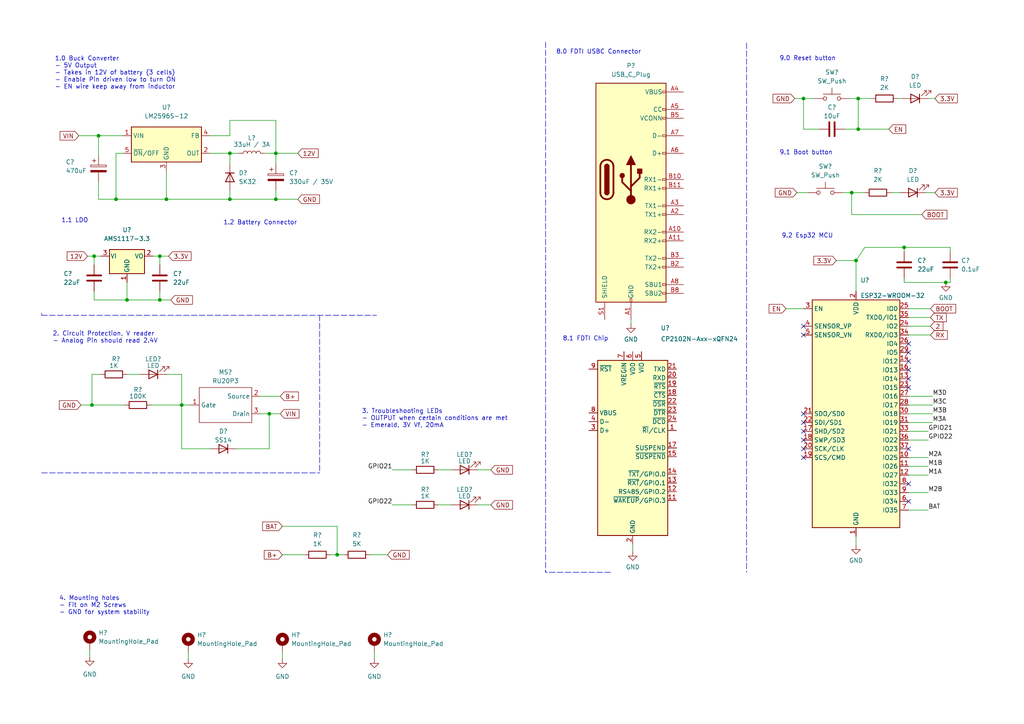
<source format=kicad_sch>
(kicad_sch (version 20211123) (generator eeschema)
  (paper "A4")
  (lib_symbols
    (symbol "Connector:USB_C_Plug" (pin_names (offset 1.016))
      (property "Reference" "P" (at -10.16 29.21 0))
      (property "Value" "USB_C_Plug" (at 10.16 29.21 0))
      (symbol "USB_C_Plug_0_0"
        (rectangle (start -0.254 -35.56) (end 0.254 -34.544))
        (rectangle (start 10.16 -32.766) (end 9.144 -33.274))
        (rectangle (start 10.16 -30.226) (end 9.144 -30.734))
        (rectangle (start 10.16 -25.146) (end 9.144 -25.654))
        (rectangle (start 10.16 -22.606) (end 9.144 -23.114))
        (rectangle (start 10.16 -17.526) (end 9.144 -18.034))
        (rectangle (start 10.16 -14.986) (end 9.144 -15.494))
        (rectangle (start 10.16 -9.906) (end 9.144 -10.414))
        (rectangle (start 10.16 -7.366) (end 9.144 -7.874))
        (rectangle (start 10.16 -2.286) (end 9.144 -2.794))
        (rectangle (start 10.16 0.254) (end 9.144 -0.254))
        (rectangle (start 10.16 7.874) (end 9.144 7.366))
        (rectangle (start 10.16 12.954) (end 9.144 12.446))
        (rectangle (start 10.16 18.034) (end 9.144 17.526))
        (rectangle (start 10.16 20.574) (end 9.144 20.066))
        (rectangle (start 10.16 25.654) (end 9.144 25.146))
      )
      (symbol "USB_C_Plug_0_1"
        (rectangle (start -10.16 27.94) (end 10.16 -35.56) (stroke (width 0.254)) (fill (type background)))
        (arc (start -8.89 -3.81) (mid -6.985 -5.715) (end -5.08 -3.81) (stroke (width 0.508)))
        (arc (start -7.62 -3.81) (mid -6.985 -4.445) (end -6.35 -3.81) (stroke (width 0.254)))
        (arc (start -7.62 -3.81) (mid -6.985 -4.445) (end -6.35 -3.81) (stroke (width 0.254)) (fill (type outline)))
        (rectangle (start -7.62 -3.81) (end -6.35 3.81) (stroke (width 0.254)) (fill (type outline)))
        (arc (start -6.35 3.81) (mid -6.985 4.445) (end -7.62 3.81) (stroke (width 0.254)))
        (arc (start -6.35 3.81) (mid -6.985 4.445) (end -7.62 3.81) (stroke (width 0.254)) (fill (type outline)))
        (arc (start -5.08 3.81) (mid -6.985 5.715) (end -8.89 3.81) (stroke (width 0.508)))
        (polyline (pts (xy -8.89 -3.81) (xy -8.89 3.81)) (stroke (width 0.508)))
        (polyline (pts (xy -5.08 3.81) (xy -5.08 -3.81)) (stroke (width 0.508)))
      )
      (symbol "USB_C_Plug_1_1"
        (circle (center -2.54 1.143) (radius 0.635) (stroke (width 0.254)) (fill (type outline)))
        (circle (center 0 -5.842) (radius 1.27) (fill (type outline)))
        (polyline (pts (xy 0 -5.842) (xy 0 4.318)) (stroke (width 0.508)))
        (polyline (pts (xy 0 -3.302) (xy -2.54 -0.762) (xy -2.54 0.508)) (stroke (width 0.508)))
        (polyline (pts (xy 0 -2.032) (xy 2.54 0.508) (xy 2.54 1.778)) (stroke (width 0.508)))
        (polyline (pts (xy -1.27 4.318) (xy 0 6.858) (xy 1.27 4.318) (xy -1.27 4.318)) (stroke (width 0.254)) (fill (type outline)))
        (rectangle (start 1.905 1.778) (end 3.175 3.048) (stroke (width 0.254)) (fill (type outline)))
        (pin passive line (at 0 -40.64 90) (length 5.08) (name "GND") (number "A1"))
        (pin bidirectional line (at 15.24 -15.24 180) (length 5.08) (name "RX2-") (number "A10"))
        (pin bidirectional line (at 15.24 -17.78 180) (length 5.08) (name "RX2+") (number "A11"))
        (pin passive line (at 0 -40.64 90) (length 5.08) hide (name "GND") (number "A12"))
        (pin bidirectional line (at 15.24 -10.16 180) (length 5.08) (name "TX1+") (number "A2"))
        (pin bidirectional line (at 15.24 -7.62 180) (length 5.08) (name "TX1-") (number "A3"))
        (pin passive line (at 15.24 25.4 180) (length 5.08) (name "VBUS") (number "A4"))
        (pin bidirectional line (at 15.24 20.32 180) (length 5.08) (name "CC") (number "A5"))
        (pin bidirectional line (at 15.24 7.62 180) (length 5.08) (name "D+") (number "A6"))
        (pin bidirectional line (at 15.24 12.7 180) (length 5.08) (name "D-") (number "A7"))
        (pin bidirectional line (at 15.24 -30.48 180) (length 5.08) (name "SBU1") (number "A8"))
        (pin passive line (at 15.24 25.4 180) (length 5.08) hide (name "VBUS") (number "A9"))
        (pin passive line (at 0 -40.64 90) (length 5.08) hide (name "GND") (number "B1"))
        (pin bidirectional line (at 15.24 0 180) (length 5.08) (name "RX1-") (number "B10"))
        (pin bidirectional line (at 15.24 -2.54 180) (length 5.08) (name "RX1+") (number "B11"))
        (pin passive line (at 0 -40.64 90) (length 5.08) hide (name "GND") (number "B12"))
        (pin bidirectional line (at 15.24 -25.4 180) (length 5.08) (name "TX2+") (number "B2"))
        (pin bidirectional line (at 15.24 -22.86 180) (length 5.08) (name "TX2-") (number "B3"))
        (pin passive line (at 15.24 25.4 180) (length 5.08) hide (name "VBUS") (number "B4"))
        (pin bidirectional line (at 15.24 17.78 180) (length 5.08) (name "VCONN") (number "B5"))
        (pin bidirectional line (at 15.24 -33.02 180) (length 5.08) (name "SBU2") (number "B8"))
        (pin passive line (at 15.24 25.4 180) (length 5.08) hide (name "VBUS") (number "B9"))
        (pin passive line (at -7.62 -40.64 90) (length 5.08) (name "SHIELD") (number "S1"))
      )
    )
    (symbol "Device:C" (pin_numbers hide) (pin_names (offset 0.254))
      (property "Reference" "C" (at 0.635 2.54 0))
      (property "Value" "C" (at 0.635 -2.54 0))
      (symbol "C_0_1"
        (polyline (pts (xy -2.032 -0.762) (xy 2.032 -0.762)) (stroke (width 0.508)))
        (polyline (pts (xy -2.032 0.762) (xy 2.032 0.762)) (stroke (width 0.508)))
      )
      (symbol "C_1_1"
        (pin passive line (at 0 3.81 270) (length 2.794) (name "~") (number "1"))
        (pin passive line (at 0 -3.81 90) (length 2.794) (name "~") (number "2"))
      )
    )
    (symbol "Device:C_Polarized" (pin_numbers hide) (pin_names (offset 0.254))
      (property "Reference" "C" (at 0.635 2.54 0))
      (property "Value" "C_Polarized" (at 0.635 -2.54 0))
      (symbol "C_Polarized_0_1"
        (rectangle (start -2.286 0.508) (end 2.286 1.016))
        (polyline (pts (xy -1.778 2.286) (xy -0.762 2.286)))
        (polyline (pts (xy -1.27 2.794) (xy -1.27 1.778)))
        (rectangle (start 2.286 -0.508) (end -2.286 -1.016) (fill (type outline)))
      )
      (symbol "C_Polarized_1_1"
        (pin passive line (at 0 3.81 270) (length 2.794) (name "~") (number "1"))
        (pin passive line (at 0 -3.81 90) (length 2.794) (name "~") (number "2"))
      )
    )
    (symbol "Device:D" (pin_numbers hide) (pin_names (offset 1.016) hide)
      (property "Reference" "D" (at 0 2.54 0))
      (property "Value" "D" (at 0 -2.54 0))
      (symbol "D_0_1"
        (polyline (pts (xy -1.27 1.27) (xy -1.27 -1.27)) (stroke (width 0.254)))
        (polyline (pts (xy 1.27 0) (xy -1.27 0)))
        (polyline (pts (xy 1.27 1.27) (xy 1.27 -1.27) (xy -1.27 0) (xy 1.27 1.27)) (stroke (width 0.254)))
      )
      (symbol "D_1_1"
        (pin passive line (at -3.81 0 0) (length 2.54) (name "K") (number "1"))
        (pin passive line (at 3.81 0 180) (length 2.54) (name "A") (number "2"))
      )
    )
    (symbol "Device:L" (pin_numbers hide) (pin_names (offset 1.016) hide)
      (property "Reference" "L" (at -1.27 0 90))
      (property "Value" "L" (at 1.905 0 90))
      (symbol "L_0_1"
        (arc (start 0 -2.54) (mid 0.635 -1.905) (end 0 -1.27))
        (arc (start 0 -1.27) (mid 0.635 -0.635) (end 0 0))
        (arc (start 0 0) (mid 0.635 0.635) (end 0 1.27))
        (arc (start 0 1.27) (mid 0.635 1.905) (end 0 2.54))
      )
      (symbol "L_1_1"
        (pin passive line (at 0 3.81 270) (length 1.27) (name "1") (number "1"))
        (pin passive line (at 0 -3.81 90) (length 1.27) (name "2") (number "2"))
      )
    )
    (symbol "Device:LED" (pin_numbers hide) (pin_names (offset 1.016) hide)
      (property "Reference" "D" (at 0 2.54 0))
      (property "Value" "LED" (at 0 -2.54 0))
      (symbol "LED_0_1"
        (polyline (pts (xy -1.27 -1.27) (xy -1.27 1.27)) (stroke (width 0.254)))
        (polyline (pts (xy -1.27 0) (xy 1.27 0)))
        (polyline (pts (xy 1.27 -1.27) (xy 1.27 1.27) (xy -1.27 0) (xy 1.27 -1.27)) (stroke (width 0.254)))
        (polyline (pts (xy -3.048 -0.762) (xy -4.572 -2.286) (xy -3.81 -2.286) (xy -4.572 -2.286) (xy -4.572 -1.524)))
        (polyline (pts (xy -1.778 -0.762) (xy -3.302 -2.286) (xy -2.54 -2.286) (xy -3.302 -2.286) (xy -3.302 -1.524)))
      )
      (symbol "LED_1_1"
        (pin passive line (at -3.81 0 0) (length 2.54) (name "K") (number "1"))
        (pin passive line (at 3.81 0 180) (length 2.54) (name "A") (number "2"))
      )
    )
    (symbol "Device:R" (pin_numbers hide) (pin_names (offset 0))
      (property "Reference" "R" (at 2.032 0 90))
      (property "Value" "R" (at 0 0 90))
      (symbol "R_0_1"
        (rectangle (start -1.016 -2.54) (end 1.016 2.54) (stroke (width 0.254)))
      )
      (symbol "R_1_1"
        (pin passive line (at 0 3.81 270) (length 1.27) (name "~") (number "1"))
        (pin passive line (at 0 -3.81 90) (length 1.27) (name "~") (number "2"))
      )
    )
    (symbol "Interface_USB:CP2102N-Axx-xQFN24"
      (property "Reference" "U" (at -8.89 26.67 0))
      (property "Value" "CP2102N-Axx-xQFN24" (at 13.97 26.67 0))
      (symbol "CP2102N-Axx-xQFN24_0_1"
        (rectangle (start -10.16 25.4) (end 10.16 -25.4) (stroke (width 0.254)) (fill (type background)))
      )
      (symbol "CP2102N-Axx-xQFN24_1_1"
        (pin bidirectional line (at 12.7 5.08 180) (length 2.54) (name "~{RI}/CLK") (number "1"))
        (pin no_connect line (at -10.16 -22.86 0) (length 2.54) hide (name "NC") (number "10"))
        (pin bidirectional line (at 12.7 -15.24 180) (length 2.54) (name "~{WAKEUP}/GPIO.3") (number "11"))
        (pin bidirectional line (at 12.7 -12.7 180) (length 2.54) (name "RS485/GPIO.2") (number "12"))
        (pin bidirectional line (at 12.7 -10.16 180) (length 2.54) (name "~{RXT}/GPIO.1") (number "13"))
        (pin bidirectional line (at 12.7 -7.62 180) (length 2.54) (name "~{TXT}/GPIO.0") (number "14"))
        (pin output line (at 12.7 -2.54 180) (length 2.54) (name "~{SUSPEND}") (number "15"))
        (pin no_connect line (at 10.16 -22.86 180) (length 2.54) hide (name "NC") (number "16"))
        (pin output line (at 12.7 0 180) (length 2.54) (name "SUSPEND") (number "17"))
        (pin input line (at 12.7 15.24 180) (length 2.54) (name "~{CTS}") (number "18"))
        (pin output line (at 12.7 17.78 180) (length 2.54) (name "~{RTS}") (number "19"))
        (pin power_in line (at 0 -27.94 90) (length 2.54) (name "GND") (number "2"))
        (pin input line (at 12.7 20.32 180) (length 2.54) (name "RXD") (number "20"))
        (pin output line (at 12.7 22.86 180) (length 2.54) (name "TXD") (number "21"))
        (pin input line (at 12.7 12.7 180) (length 2.54) (name "~{DSR}") (number "22"))
        (pin output line (at 12.7 10.16 180) (length 2.54) (name "~{DTR}") (number "23"))
        (pin input line (at 12.7 7.62 180) (length 2.54) (name "~{DCD}") (number "24"))
        (pin passive line (at 0 -27.94 90) (length 2.54) hide (name "GND") (number "25"))
        (pin bidirectional line (at -12.7 5.08 0) (length 2.54) (name "D+") (number "3"))
        (pin bidirectional line (at -12.7 7.62 0) (length 2.54) (name "D-") (number "4"))
        (pin power_in line (at 2.54 27.94 270) (length 2.54) (name "VIO") (number "5"))
        (pin power_in line (at 0 27.94 270) (length 2.54) (name "VDD") (number "6"))
        (pin power_in line (at -2.54 27.94 270) (length 2.54) (name "VREGIN") (number "7"))
        (pin input line (at -12.7 10.16 0) (length 2.54) (name "VBUS") (number "8"))
        (pin input line (at -12.7 22.86 0) (length 2.54) (name "~{RST}") (number "9"))
      )
    )
    (symbol "Mechanical:MountingHole_Pad" (pin_numbers hide) (pin_names (offset 1.016) hide)
      (property "Reference" "H" (at 0 6.35 0))
      (property "Value" "MountingHole_Pad" (at 0 4.445 0))
      (symbol "MountingHole_Pad_0_1"
        (circle (center 0 1.27) (radius 1.27) (stroke (width 1.27)))
      )
      (symbol "MountingHole_Pad_1_1"
        (pin input line (at 0 -2.54 90) (length 2.54) (name "1") (number "1"))
      )
    )
    (symbol "RF_Module:ESP32-WROOM-32"
      (property "Reference" "U" (at -12.7 34.29 0))
      (property "Value" "ESP32-WROOM-32" (at 1.27 34.29 0))
      (symbol "ESP32-WROOM-32_0_1"
        (rectangle (start -12.7 33.02) (end 12.7 -33.02) (stroke (width 0.254)) (fill (type background)))
      )
      (symbol "ESP32-WROOM-32_1_1"
        (pin power_in line (at 0 -35.56 90) (length 2.54) (name "GND") (number "1"))
        (pin bidirectional line (at 15.24 -12.7 180) (length 2.54) (name "IO25") (number "10"))
        (pin bidirectional line (at 15.24 -15.24 180) (length 2.54) (name "IO26") (number "11"))
        (pin bidirectional line (at 15.24 -17.78 180) (length 2.54) (name "IO27") (number "12"))
        (pin bidirectional line (at 15.24 10.16 180) (length 2.54) (name "IO14") (number "13"))
        (pin bidirectional line (at 15.24 15.24 180) (length 2.54) (name "IO12") (number "14"))
        (pin passive line (at 0 -35.56 90) (length 2.54) hide (name "GND") (number "15"))
        (pin bidirectional line (at 15.24 12.7 180) (length 2.54) (name "IO13") (number "16"))
        (pin bidirectional line (at -15.24 -5.08 0) (length 2.54) (name "SHD/SD2") (number "17"))
        (pin bidirectional line (at -15.24 -7.62 0) (length 2.54) (name "SWP/SD3") (number "18"))
        (pin bidirectional line (at -15.24 -12.7 0) (length 2.54) (name "SCS/CMD") (number "19"))
        (pin power_in line (at 0 35.56 270) (length 2.54) (name "VDD") (number "2"))
        (pin bidirectional line (at -15.24 -10.16 0) (length 2.54) (name "SCK/CLK") (number "20"))
        (pin bidirectional line (at -15.24 0 0) (length 2.54) (name "SDO/SD0") (number "21"))
        (pin bidirectional line (at -15.24 -2.54 0) (length 2.54) (name "SDI/SD1") (number "22"))
        (pin bidirectional line (at 15.24 7.62 180) (length 2.54) (name "IO15") (number "23"))
        (pin bidirectional line (at 15.24 25.4 180) (length 2.54) (name "IO2") (number "24"))
        (pin bidirectional line (at 15.24 30.48 180) (length 2.54) (name "IO0") (number "25"))
        (pin bidirectional line (at 15.24 20.32 180) (length 2.54) (name "IO4") (number "26"))
        (pin bidirectional line (at 15.24 5.08 180) (length 2.54) (name "IO16") (number "27"))
        (pin bidirectional line (at 15.24 2.54 180) (length 2.54) (name "IO17") (number "28"))
        (pin bidirectional line (at 15.24 17.78 180) (length 2.54) (name "IO5") (number "29"))
        (pin input line (at -15.24 30.48 0) (length 2.54) (name "EN") (number "3"))
        (pin bidirectional line (at 15.24 0 180) (length 2.54) (name "IO18") (number "30"))
        (pin bidirectional line (at 15.24 -2.54 180) (length 2.54) (name "IO19") (number "31"))
        (pin no_connect line (at -12.7 -27.94 0) (length 2.54) hide (name "NC") (number "32"))
        (pin bidirectional line (at 15.24 -5.08 180) (length 2.54) (name "IO21") (number "33"))
        (pin bidirectional line (at 15.24 22.86 180) (length 2.54) (name "RXD0/IO3") (number "34"))
        (pin bidirectional line (at 15.24 27.94 180) (length 2.54) (name "TXD0/IO1") (number "35"))
        (pin bidirectional line (at 15.24 -7.62 180) (length 2.54) (name "IO22") (number "36"))
        (pin bidirectional line (at 15.24 -10.16 180) (length 2.54) (name "IO23") (number "37"))
        (pin passive line (at 0 -35.56 90) (length 2.54) hide (name "GND") (number "38"))
        (pin passive line (at 0 -35.56 90) (length 2.54) hide (name "GND") (number "39"))
        (pin input line (at -15.24 25.4 0) (length 2.54) (name "SENSOR_VP") (number "4"))
        (pin input line (at -15.24 22.86 0) (length 2.54) (name "SENSOR_VN") (number "5"))
        (pin input line (at 15.24 -25.4 180) (length 2.54) (name "IO34") (number "6"))
        (pin input line (at 15.24 -27.94 180) (length 2.54) (name "IO35") (number "7"))
        (pin bidirectional line (at 15.24 -20.32 180) (length 2.54) (name "IO32") (number "8"))
        (pin bidirectional line (at 15.24 -22.86 180) (length 2.54) (name "IO33") (number "9"))
      )
    )
    (symbol "RU20P3B:RU20P3"
      (property "Reference" "MS" (at 0 6.35 0))
      (property "Value" "RU20P3" (at 0 8.89 0))
      (symbol "RU20P3_0_1"
        (rectangle (start -7.62 5.08) (end 7.62 -5.08))
      )
      (symbol "RU20P3_1_1"
        (pin input line (at -10.16 0 0) (length 2.54) (name "Gate") (number "1"))
        (pin input line (at 10.16 2.54 180) (length 2.54) (name "Source") (number "2"))
        (pin input line (at 10.16 -2.54 180) (length 2.54) (name "Drain") (number "3"))
      )
    )
    (symbol "Regulator_Linear:AMS1117-3.3" (pin_names (offset 0.254))
      (property "Reference" "U" (at -3.81 3.175 0))
      (property "Value" "AMS1117-3.3" (at 0 3.175 0))
      (symbol "AMS1117-3.3_0_1"
        (rectangle (start -5.08 -5.08) (end 5.08 1.905) (stroke (width 0.254)) (fill (type background)))
      )
      (symbol "AMS1117-3.3_1_1"
        (pin power_in line (at 0 -7.62 90) (length 2.54) (name "GND") (number "1"))
        (pin power_out line (at 7.62 0 180) (length 2.54) (name "VO") (number "2"))
        (pin power_in line (at -7.62 0 0) (length 2.54) (name "VI") (number "3"))
      )
    )
    (symbol "Regulator_Switching:LM2596S-12"
      (property "Reference" "U" (at -10.16 6.35 0))
      (property "Value" "LM2596S-12" (at 0 6.35 0))
      (symbol "LM2596S-12_0_1"
        (rectangle (start -10.16 5.08) (end 10.16 -5.08) (stroke (width 0.254)) (fill (type background)))
      )
      (symbol "LM2596S-12_1_1"
        (pin power_in line (at -12.7 2.54 0) (length 2.54) (name "VIN") (number "1"))
        (pin output line (at 12.7 -2.54 180) (length 2.54) (name "OUT") (number "2"))
        (pin power_in line (at 0 -7.62 90) (length 2.54) (name "GND") (number "3"))
        (pin input line (at 12.7 2.54 180) (length 2.54) (name "FB") (number "4"))
        (pin input line (at -12.7 -2.54 0) (length 2.54) (name "~{ON}/OFF") (number "5"))
      )
    )
    (symbol "Switch:SW_Push" (pin_numbers hide) (pin_names (offset 1.016) hide)
      (property "Reference" "SW" (at 1.27 2.54 0))
      (property "Value" "SW_Push" (at 0 -1.524 0))
      (symbol "SW_Push_0_1"
        (circle (center -2.032 0) (radius 0.508))
        (polyline (pts (xy 0 1.27) (xy 0 3.048)))
        (polyline (pts (xy 2.54 1.27) (xy -2.54 1.27)))
        (circle (center 2.032 0) (radius 0.508))
        (pin passive line (at -5.08 0 0) (length 2.54) (name "1") (number "1"))
        (pin passive line (at 5.08 0 180) (length 2.54) (name "2") (number "2"))
      )
    )
    (symbol "power:GND" (power) (pin_names (offset 0))
      (property "Value" "GND" (at 0 -3.81 0))
      (symbol "GND_0_1"
        (polyline (pts (xy 0 0) (xy 0 -1.27) (xy 1.27 -1.27) (xy 0 -2.54) (xy -1.27 -1.27) (xy 0 -1.27)))
      )
      (symbol "GND_1_1"
        (pin power_in line (at 0 0 270) (length 0) hide (name "GND") (number "1"))
      )
    )
  )
  (junction (at 80.01 44.45))
  (junction (at 262.255 71.755))
  (junction (at 66.675 44.45))
  (junction (at 66.675 57.785))
  (junction (at 248.92 37.465))
  (junction (at 26.67 117.475))
  (junction (at 274.32 81.915))
  (junction (at 78.105 120.015))
  (junction (at 248.285 75.565))
  (junction (at 247.015 55.88))
  (junction (at 28.575 39.37))
  (junction (at 36.83 86.995))
  (junction (at 97.79 160.909))
  (junction (at 48.26 57.785))
  (junction (at 52.705 117.475))
  (junction (at 233.045 28.575))
  (junction (at 248.92 28.575))
  (junction (at 46.355 74.295))
  (junction (at 33.655 57.785))
  (junction (at 46.355 86.995))
  (junction (at 80.01 57.785))
  (junction (at 27.305 74.295))
  (no_connect (at 263.525 109.855))
  (no_connect (at 233.045 127.635))
  (no_connect (at 263.525 130.175))
  (no_connect (at 263.525 102.235))
  (no_connect (at 233.045 97.155))
  (no_connect (at 263.525 145.415))
  (no_connect (at 263.525 140.335))
  (no_connect (at 233.045 130.175))
  (no_connect (at 263.525 107.315))
  (no_connect (at 263.525 104.775))
  (no_connect (at 233.045 132.715))
  (no_connect (at 233.045 125.095))
  (no_connect (at 233.045 94.615))
  (no_connect (at 233.045 120.015))
  (no_connect (at 263.525 112.395))
  (no_connect (at 263.525 99.695))
  (no_connect (at 233.045 122.555))
  (wire (pts (xy 231.14 55.88) (xy 234.315 55.88)))
  (wire (pts (xy 108.585 189.23) (xy 108.585 191.135)))
  (wire (pts (xy 247.015 55.88) (xy 250.825 55.88)))
  (wire (pts (xy 36.83 86.995) (xy 46.355 86.995)))
  (wire (pts (xy 112.395 160.909) (xy 107.315 160.909)))
  (wire (pts (xy 27.305 74.295) (xy 27.305 76.835)))
  (wire (pts (xy 66.675 34.925) (xy 66.675 39.37)))
  (wire (pts (xy 80.01 34.925) (xy 66.675 34.925)))
  (wire (pts (xy 248.285 155.575) (xy 248.285 158.115)))
  (wire (pts (xy 244.475 55.88) (xy 247.015 55.88)))
  (wire (pts (xy 28.575 52.705) (xy 28.575 57.785)))
  (polyline (pts (xy 158.242 165.989) (xy 158.242 165.481)))
  (wire (pts (xy 52.705 130.175) (xy 52.705 117.475)))
  (wire (pts (xy 66.675 39.37) (xy 60.96 39.37)))
  (wire (pts (xy 130.937 146.431) (xy 127.127 146.431)))
  (wire (pts (xy 258.445 55.88) (xy 260.985 55.88)))
  (wire (pts (xy 275.59 71.755) (xy 262.255 71.755)))
  (wire (pts (xy 269.24 132.715) (xy 263.525 132.715)))
  (wire (pts (xy 230.505 28.575) (xy 233.045 28.575)))
  (polyline (pts (xy 12.065 91.44) (xy 109.22 91.44)))
  (wire (pts (xy 66.675 44.45) (xy 66.675 47.625)))
  (polyline (pts (xy 12.065 137.16) (xy 92.71 137.16)))
  (wire (pts (xy 270.51 117.475) (xy 263.525 117.475)))
  (wire (pts (xy 263.525 114.935) (xy 270.51 114.935)))
  (wire (pts (xy 119.507 146.431) (xy 113.792 146.431)))
  (wire (pts (xy 54.61 189.23) (xy 54.61 191.135)))
  (wire (pts (xy 81.28 114.935) (xy 75.565 114.935)))
  (wire (pts (xy 28.575 57.785) (xy 33.655 57.785)))
  (wire (pts (xy 46.355 74.295) (xy 48.895 74.295)))
  (wire (pts (xy 81.915 160.909) (xy 88.265 160.909)))
  (wire (pts (xy 233.045 28.575) (xy 236.22 28.575)))
  (wire (pts (xy 263.525 125.095) (xy 269.24 125.095)))
  (wire (pts (xy 262.255 80.645) (xy 262.255 81.915)))
  (wire (pts (xy 95.885 160.909) (xy 97.79 160.909)))
  (wire (pts (xy 36.83 108.585) (xy 40.64 108.585)))
  (wire (pts (xy 48.26 49.53) (xy 48.26 57.785)))
  (wire (pts (xy 81.915 189.23) (xy 81.915 191.135)))
  (wire (pts (xy 80.01 34.925) (xy 80.01 44.45)))
  (wire (pts (xy 97.79 152.654) (xy 97.79 160.909)))
  (wire (pts (xy 43.815 117.475) (xy 52.705 117.475)))
  (wire (pts (xy 246.38 28.575) (xy 248.92 28.575)))
  (wire (pts (xy 260.35 28.575) (xy 261.62 28.575)))
  (wire (pts (xy 270.51 122.555) (xy 263.525 122.555)))
  (wire (pts (xy 248.92 37.465) (xy 257.81 37.465)))
  (wire (pts (xy 86.36 44.45) (xy 80.01 44.45)))
  (wire (pts (xy 48.26 57.785) (xy 66.675 57.785)))
  (wire (pts (xy 183.515 157.861) (xy 183.515 160.02)))
  (wire (pts (xy 66.675 55.245) (xy 66.675 57.785)))
  (wire (pts (xy 250.825 71.755) (xy 262.255 71.755)))
  (wire (pts (xy 46.355 86.995) (xy 49.53 86.995)))
  (wire (pts (xy 267.335 62.23) (xy 247.015 62.23)))
  (wire (pts (xy 275.59 81.915) (xy 275.59 80.645)))
  (wire (pts (xy 270.51 120.015) (xy 263.525 120.015)))
  (polyline (pts (xy 177.038 165.989) (xy 158.242 165.989)))
  (wire (pts (xy 28.575 39.37) (xy 28.575 45.085)))
  (wire (pts (xy 68.58 130.175) (xy 78.105 130.175)))
  (wire (pts (xy 27.305 86.995) (xy 36.83 86.995)))
  (wire (pts (xy 269.875 97.155) (xy 263.525 97.155)))
  (wire (pts (xy 269.24 28.575) (xy 271.145 28.575)))
  (wire (pts (xy 29.21 108.585) (xy 26.67 108.585)))
  (wire (pts (xy 138.557 146.431) (xy 142.367 146.431)))
  (wire (pts (xy 263.525 127.635) (xy 269.24 127.635)))
  (wire (pts (xy 80.01 57.785) (xy 66.675 57.785)))
  (wire (pts (xy 86.36 57.785) (xy 80.01 57.785)))
  (wire (pts (xy 233.045 37.465) (xy 237.49 37.465)))
  (wire (pts (xy 22.86 39.37) (xy 28.575 39.37)))
  (polyline (pts (xy 216.535 12.446) (xy 216.535 165.989)))
  (wire (pts (xy 80.01 44.45) (xy 80.01 47.625)))
  (wire (pts (xy 33.655 57.785) (xy 48.26 57.785)))
  (wire (pts (xy 26.035 188.595) (xy 26.035 190.5)))
  (wire (pts (xy 52.705 117.475) (xy 55.245 117.475)))
  (polyline (pts (xy 92.71 91.44) (xy 92.71 137.16)))
  (wire (pts (xy 263.525 135.255) (xy 269.24 135.255)))
  (wire (pts (xy 138.557 136.271) (xy 142.367 136.271)))
  (wire (pts (xy 26.67 117.475) (xy 36.195 117.475)))
  (wire (pts (xy 36.83 81.915) (xy 36.83 86.995)))
  (wire (pts (xy 27.305 84.455) (xy 27.305 86.995)))
  (wire (pts (xy 248.285 75.565) (xy 242.57 75.565)))
  (wire (pts (xy 263.525 142.875) (xy 269.24 142.875)))
  (wire (pts (xy 269.875 89.535) (xy 263.525 89.535)))
  (wire (pts (xy 25.4 74.295) (xy 27.305 74.295)))
  (wire (pts (xy 78.105 120.015) (xy 75.565 120.015)))
  (wire (pts (xy 44.45 74.295) (xy 46.355 74.295)))
  (wire (pts (xy 78.105 130.175) (xy 78.105 120.015)))
  (wire (pts (xy 35.56 44.45) (xy 33.655 44.45)))
  (wire (pts (xy 233.045 28.575) (xy 233.045 37.465)))
  (wire (pts (xy 130.937 136.271) (xy 127.127 136.271)))
  (wire (pts (xy 247.015 55.88) (xy 247.015 62.23)))
  (wire (pts (xy 60.96 130.175) (xy 52.705 130.175)))
  (wire (pts (xy 268.605 55.88) (xy 271.145 55.88)))
  (wire (pts (xy 269.24 137.795) (xy 263.525 137.795)))
  (wire (pts (xy 113.792 136.271) (xy 119.507 136.271)))
  (wire (pts (xy 23.495 117.475) (xy 26.67 117.475)))
  (wire (pts (xy 227.965 89.535) (xy 233.045 89.535)))
  (wire (pts (xy 28.575 39.37) (xy 35.56 39.37)))
  (wire (pts (xy 46.355 74.295) (xy 46.355 76.835)))
  (polyline (pts (xy 158.242 12.192) (xy 158.242 165.735)))
  (wire (pts (xy 248.92 28.575) (xy 248.92 37.465)))
  (wire (pts (xy 76.835 44.45) (xy 80.01 44.45)))
  (wire (pts (xy 248.92 28.575) (xy 252.73 28.575)))
  (wire (pts (xy 97.79 160.909) (xy 99.695 160.909)))
  (wire (pts (xy 60.96 44.45) (xy 66.675 44.45)))
  (wire (pts (xy 26.67 108.585) (xy 26.67 117.475)))
  (wire (pts (xy 52.705 108.585) (xy 52.705 117.475)))
  (wire (pts (xy 274.32 81.915) (xy 275.59 81.915)))
  (wire (pts (xy 245.11 37.465) (xy 248.92 37.465)))
  (wire (pts (xy 81.915 152.654) (xy 97.79 152.654)))
  (wire (pts (xy 69.215 44.45) (xy 66.675 44.45)))
  (wire (pts (xy 29.21 74.295) (xy 27.305 74.295)))
  (wire (pts (xy 248.285 75.565) (xy 250.825 71.755)))
  (wire (pts (xy 248.285 84.455) (xy 248.285 75.565)))
  (wire (pts (xy 269.875 92.075) (xy 263.525 92.075)))
  (wire (pts (xy 80.01 55.245) (xy 80.01 57.785)))
  (wire (pts (xy 48.26 108.585) (xy 52.705 108.585)))
  (wire (pts (xy 33.655 44.45) (xy 33.655 57.785)))
  (wire (pts (xy 262.255 73.025) (xy 262.255 71.755)))
  (wire (pts (xy 269.875 94.615) (xy 263.525 94.615)))
  (wire (pts (xy 262.255 81.915) (xy 274.32 81.915)))
  (wire (pts (xy 183.007 92.71) (xy 183.007 93.98)))
  (wire (pts (xy 81.28 120.015) (xy 78.105 120.015)))
  (wire (pts (xy 275.59 73.025) (xy 275.59 71.755)))
  (wire (pts (xy 46.355 84.455) (xy 46.355 86.995)))
  (wire (pts (xy 263.525 147.955) (xy 269.24 147.955)))
  (polyline (pts (xy 12.065 90.805) (xy 12.065 91.44)))
  (text "9.1 Boot button" (at 226.06 45.085 0) (effects (font (size 1.27 1.27)) (justify left bottom)))
  (text "8.0 FDTI USBC Connector" (at 161.29 15.875 0) (effects (font (size 1.27 1.27)) (justify left bottom)))
  (text "3. Troubleshooting LEDs\n- OUTPUT when certain conditions are met\n- Emerald, 3V Vf, 20mA" (at 104.902 124.206 0) (effects (font (size 1.27 1.27)) (justify left bottom)))
  (text "9.0 Reset button" (at 226.06 17.78 0) (effects (font (size 1.27 1.27)) (justify left bottom)))
  (text "2. Circuit Protection, V reader\n- Analog Pin should read 2.4V" (at 15.24 99.695 0) (effects (font (size 1.27 1.27)) (justify left bottom)))
  (text "1.1 LDO" (at 17.78 64.77 0) (effects (font (size 1.27 1.27)) (justify left bottom)))
  (text "9.2 Esp32 MCU" (at 226.695 69.215 0) (effects (font (size 1.27 1.27)) (justify left bottom)))
  (text "1.2 Battery Connector" (at 64.77 65.405 0) (effects (font (size 1.27 1.27)) (justify left bottom)))
  (text "8.1 FDTI Chip" (at 163.195 99.06 0) (effects (font (size 1.27 1.27)) (justify left bottom)))
  (text "1.0 Buck Converter\n- 5V Output\n- Takes in 12V of battery (3 cells)\n- Enable Pin driven low to turn ON\n- EN wire keep away from inductor" (at 15.875 26.035 0) (effects (font (size 1.27 1.27)) (justify left bottom)))
  (text "4. Mounting holes\n- Fit on M2 Screws\n- GND for system stability" (at 17.145 178.435 0) (effects (font (size 1.27 1.27)) (justify left bottom)))
  (label "GPIO22" (at 269.24 127.635 0))
  (label "BAT" (at 269.24 147.955 0))
  (label "M1B" (at 269.24 135.255 0))
  (label "M2A" (at 269.24 132.715 0))
  (label "GPIO21" (at 269.24 125.095 0))
  (label "M3D" (at 270.51 114.935 0))
  (label "M1A" (at 269.24 137.795 0))
  (label "M3A" (at 270.51 122.555 0))
  (label "M2B" (at 269.24 142.875 0))
  (label "M3B" (at 270.51 120.015 0))
  (label "GPIO22" (at 113.792 146.431 180))
  (label "GPIO21" (at 113.792 136.271 180))
  (label "M3C" (at 270.51 117.475 0))
  (global_label "GND" (shape input) (at 230.505 28.575 180) (property "Intersheet References" "${INTERSHEET_REFS}" (effects hide)))
  (global_label "GND" (shape input) (at 49.53 86.995 0) (property "Intersheet References" "${INTERSHEET_REFS}" (effects hide)))
  (global_label "12V" (shape input) (at 25.4 74.295 180) (property "Intersheet References" "${INTERSHEET_REFS}" (effects hide)))
  (global_label "BOOT" (shape input) (at 269.875 89.535 0) (property "Intersheet References" "${INTERSHEET_REFS}" (effects hide)))
  (global_label "B+" (shape input) (at 81.915 160.909 180) (property "Intersheet References" "${INTERSHEET_REFS}" (effects hide)))
  (global_label "GND" (shape input) (at 23.495 117.475 180) (property "Intersheet References" "${INTERSHEET_REFS}" (effects hide)))
  (global_label "GND" (shape input) (at 142.367 136.271 0) (property "Intersheet References" "${INTERSHEET_REFS}" (effects hide)))
  (global_label "GND" (shape input) (at 231.14 55.88 180) (property "Intersheet References" "${INTERSHEET_REFS}" (effects hide)))
  (global_label "BAT" (shape input) (at 81.915 152.654 180) (property "Intersheet References" "${INTERSHEET_REFS}" (effects hide)))
  (global_label "GND" (shape input) (at 86.36 57.785 0) (property "Intersheet References" "${INTERSHEET_REFS}" (effects hide)))
  (global_label "2" (shape input) (at 269.875 94.615 0) (property "Intersheet References" "${INTERSHEET_REFS}" (effects hide)))
  (global_label "3.3V" (shape input) (at 48.895 74.295 0) (property "Intersheet References" "${INTERSHEET_REFS}" (effects hide)))
  (global_label "3.3V" (shape input) (at 271.145 28.575 0) (property "Intersheet References" "${INTERSHEET_REFS}" (effects hide)))
  (global_label "B+" (shape input) (at 81.28 114.935 0) (property "Intersheet References" "${INTERSHEET_REFS}" (effects hide)))
  (global_label "3.3V" (shape input) (at 271.145 55.88 0) (property "Intersheet References" "${INTERSHEET_REFS}" (effects hide)))
  (global_label "EN" (shape input) (at 257.81 37.465 0) (property "Intersheet References" "${INTERSHEET_REFS}" (effects hide)))
  (global_label "12V" (shape input) (at 86.36 44.45 0) (property "Intersheet References" "${INTERSHEET_REFS}" (effects hide)))
  (global_label "TX" (shape input) (at 269.875 92.075 0) (property "Intersheet References" "${INTERSHEET_REFS}" (effects hide)))
  (global_label "RX" (shape input) (at 269.875 97.155 0) (property "Intersheet References" "${INTERSHEET_REFS}" (effects hide)))
  (global_label "EN" (shape input) (at 227.965 89.535 180) (property "Intersheet References" "${INTERSHEET_REFS}" (effects hide)))
  (global_label "GND" (shape input) (at 142.367 146.431 0) (property "Intersheet References" "${INTERSHEET_REFS}" (effects hide)))
  (global_label "VIN" (shape input) (at 22.86 39.37 180) (property "Intersheet References" "${INTERSHEET_REFS}" (effects hide)))
  (global_label "3.3V" (shape input) (at 242.57 75.565 180) (property "Intersheet References" "${INTERSHEET_REFS}" (effects hide)))
  (global_label "BOOT" (shape input) (at 267.335 62.23 0) (property "Intersheet References" "${INTERSHEET_REFS}" (effects hide)))
  (global_label "VIN" (shape input) (at 81.28 120.015 0) (property "Intersheet References" "${INTERSHEET_REFS}" (effects hide)))
  (global_label "GND" (shape input) (at 112.395 160.909 0) (property "Intersheet References" "${INTERSHEET_REFS}" (effects hide)))
  (symbol (lib_id "Device:R") (at 103.505 160.909 90) (unit 1)
    (property "Reference" "R?" (at 103.505 155.194 90))
    (property "Value" "5K" (at 103.505 157.734 90))
    (property "Footprint" "Resistor_SMD:R_0603_1608Metric" (effects hide))
  )
  (symbol (lib_id "Regulator_Linear:AMS1117-3.3") (at 36.83 74.295 0) (unit 1)
    (property "Reference" "U?" (at 36.83 66.675 0))
    (property "Value" "AMS1117-3.3" (at 36.83 69.215 0))
    (property "Footprint" "Package_TO_SOT_SMD:SOT-223-3_TabPin2" (effects hide))
    (property "Datasheet" "http://www.advanced-monolithic.com/pdf/ds1117.pdf" (effects hide))
  )
  (symbol (lib_id "power:GND") (at 183.007 93.98 0) (unit 1)
    (property "Reference" "#PWR?" (effects hide))
    (property "Value" "GND" (at 183.007 98.425 0))
  )
  (symbol (lib_id "Device:LED") (at 44.45 108.585 180) (unit 1)
    (property "Reference" "LED?" (at 44.45 104.14 0))
    (property "Value" "LED" (at 44.45 106.045 0))
    (property "Footprint" "LED_SMD:LED_0603_1608Metric" (effects hide))
  )
  (symbol (lib_id "Mechanical:MountingHole_Pad") (at 54.61 186.69 0) (unit 1)
    (property "Reference" "H?" (at 57.15 184.1499 0) (effects (justify left)))
    (property "Value" "MountingHole_Pad" (at 57.15 186.6899 0) (effects (justify left)))
    (property "Footprint" "MountingHole:MountingHole_2.2mm_M2_DIN965_Pad" (effects hide))
  )
  (symbol (lib_id "Device:C") (at 27.305 80.645 0) (unit 1)
    (property "Reference" "C?" (at 18.415 79.375 0) (effects (justify left)))
    (property "Value" "22uF" (at 18.415 81.915 0) (effects (justify left)))
    (property "Footprint" "Capacitor_SMD:C_0603_1608Metric" (effects hide))
  )
  (symbol (lib_id "Device:R") (at 33.02 108.585 90) (unit 1)
    (property "Reference" "R?" (at 33.655 104.14 90))
    (property "Value" "1K" (at 33.02 106.045 90))
    (property "Footprint" "Resistor_SMD:R_0603_1608Metric" (effects hide))
  )
  (symbol (lib_id "Device:D") (at 66.675 51.435 270) (unit 1)
    (property "Reference" "D?" (at 69.215 50.1649 90) (effects (justify left)))
    (property "Value" "SK32" (at 69.215 52.7049 90) (effects (justify left)))
    (property "Footprint" "Diode_SMD:D_SOD-123F" (effects hide))
  )
  (symbol (lib_id "power:GND") (at 248.285 158.115 0) (unit 1)
    (property "Reference" "#PWR?" (effects hide))
    (property "Value" "GND" (at 248.285 162.56 0))
  )
  (symbol (lib_id "Device:C_Polarized") (at 28.575 48.895 0) (unit 1)
    (property "Reference" "C?" (at 19.05 46.99 0) (effects (justify left)))
    (property "Value" "470uF" (at 19.05 49.53 0) (effects (justify left)))
    (property "Footprint" "Capacitor_SMD:C_Elec_10x10.2" (effects hide))
  )
  (symbol (lib_id "Switch:SW_Push") (at 239.395 55.88 0) (unit 1)
    (property "Reference" "SW?" (at 239.395 48.26 0))
    (property "Value" "SW_Push" (at 239.395 50.8 0))
    (property "Footprint" "Button_Switch_SMD:SW_SPST_Omron_B3FS-100xP" (effects hide))
  )
  (symbol (lib_id "Device:D") (at 64.77 130.175 180) (unit 1)
    (property "Reference" "D?" (at 64.77 125.095 0))
    (property "Value" "SS14" (at 64.77 127.635 0))
    (property "Footprint" "Diode_SMD:D_SMA" (effects hide))
  )
  (symbol (lib_id "Device:R") (at 40.005 117.475 90) (unit 1)
    (property "Reference" "R?" (at 40.005 113.03 90))
    (property "Value" "100K" (at 40.005 114.935 90))
    (property "Footprint" "Resistor_SMD:R_0603_1608Metric" (effects hide))
  )
  (symbol (lib_id "Device:C") (at 275.59 76.835 0) (unit 1)
    (property "Reference" "C?" (at 278.765 75.5649 0) (effects (justify left)))
    (property "Value" "0.1uF" (at 278.765 78.1049 0) (effects (justify left)))
    (property "Footprint" "Capacitor_SMD:C_0603_1608Metric" (effects hide))
  )
  (symbol (lib_id "Regulator_Switching:LM2596S-12") (at 48.26 41.91 0) (unit 1)
    (property "Reference" "U?" (at 48.26 31.115 0))
    (property "Value" "LM2596S-12" (at 48.26 33.655 0))
    (property "Footprint" "Package_TO_SOT_SMD:TO-263-5_TabPin3" (effects hide))
    (property "Datasheet" "http://www.ti.com/lit/ds/symlink/lm2596.pdf" (effects hide))
  )
  (symbol (lib_id "Mechanical:MountingHole_Pad") (at 108.585 186.69 0) (unit 1)
    (property "Reference" "H?" (at 111.125 184.1499 0) (effects (justify left)))
    (property "Value" "MountingHole_Pad" (at 111.125 186.6899 0) (effects (justify left)))
    (property "Footprint" "MountingHole:MountingHole_2.2mm_M2_DIN965_Pad" (effects hide))
  )
  (symbol (lib_id "Device:LED") (at 265.43 28.575 180) (unit 1)
    (property "Reference" "D?" (at 265.43 22.225 0))
    (property "Value" "LED" (at 265.43 24.765 0))
  )
  (symbol (lib_id "RU20P3B:RU20P3") (at 65.405 117.475 0) (unit 1)
    (property "Reference" "MS?" (at 65.405 107.95 0))
    (property "Value" "RU20P3" (at 65.405 110.49 0))
    (property "Footprint" "Package_TO_SOT_SMD:SOT-23" (effects hide))
  )
  (symbol (lib_id "Mechanical:MountingHole_Pad") (at 81.915 186.69 0) (unit 1)
    (property "Reference" "H?" (at 84.455 184.1499 0) (effects (justify left)))
    (property "Value" "MountingHole_Pad" (at 84.455 186.6899 0) (effects (justify left)))
    (property "Footprint" "MountingHole:MountingHole_2.2mm_M2_DIN965_Pad" (effects hide))
  )
  (symbol (lib_id "power:GND") (at 26.035 190.5 0) (unit 1)
    (property "Reference" "#PWR?" (effects hide))
    (property "Value" "GND" (at 26.035 195.58 0))
  )
  (symbol (lib_id "Device:R") (at 256.54 28.575 90) (unit 1)
    (property "Reference" "R?" (at 256.54 22.86 90))
    (property "Value" "2K" (at 256.54 25.4 90))
    (property "Footprint" "Resistor_SMD:R_0603_1608Metric" (effects hide))
  )
  (symbol (lib_id "Device:R") (at 123.317 136.271 90) (unit 1)
    (property "Reference" "R?" (at 123.317 131.826 90))
    (property "Value" "1K" (at 123.317 133.731 90))
    (property "Footprint" "Resistor_SMD:R_0603_1608Metric" (effects hide))
  )
  (symbol (lib_id "Device:R") (at 254.635 55.88 90) (unit 1)
    (property "Reference" "R?" (at 254.635 49.53 90))
    (property "Value" "2K" (at 254.635 52.07 90))
    (property "Footprint" "Resistor_SMD:R_0603_1608Metric" (effects hide))
  )
  (symbol (lib_id "Device:LED") (at 134.747 146.431 180) (unit 1)
    (property "Reference" "LED?" (at 134.747 141.986 0))
    (property "Value" "LED" (at 134.747 143.891 0))
    (property "Footprint" "LED_SMD:LED_0603_1608Metric" (effects hide))
  )
  (symbol (lib_id "Device:C") (at 46.355 80.645 0) (unit 1)
    (property "Reference" "C?" (at 50.165 79.3749 0) (effects (justify left)))
    (property "Value" "22uF" (at 50.165 81.9149 0) (effects (justify left)))
    (property "Footprint" "Capacitor_SMD:C_0603_1608Metric" (effects hide))
  )
  (symbol (lib_id "Device:C_Polarized") (at 80.01 51.435 0) (unit 1)
    (property "Reference" "C?" (at 83.82 50.165 0) (effects (justify left)))
    (property "Value" "330uF / 35V" (at 83.82 52.705 0) (effects (justify left)))
    (property "Footprint" "Capacitor_SMD:C_Elec_10x10.2" (effects hide))
  )
  (symbol (lib_id "Device:LED") (at 264.795 55.88 180) (unit 1)
    (property "Reference" "D?" (at 264.795 49.53 0))
    (property "Value" "LED" (at 264.795 52.07 0))
  )
  (symbol (lib_id "Switch:SW_Push") (at 241.3 28.575 0) (unit 1)
    (property "Reference" "SW?" (at 241.3 20.955 0))
    (property "Value" "SW_Push" (at 241.3 23.495 0))
    (property "Footprint" "Button_Switch_SMD:SW_SPST_Omron_B3FS-100xP" (effects hide))
  )
  (symbol (lib_id "Device:C") (at 241.3 37.465 90) (unit 1)
    (property "Reference" "C?" (at 241.3 31.115 90))
    (property "Value" "10uF" (at 241.3 33.655 90))
    (property "Footprint" "Capacitor_SMD:C_0603_1608Metric" (effects hide))
  )
  (symbol (lib_id "power:GND") (at 54.61 191.135 0) (unit 1)
    (property "Reference" "#PWR?" (effects hide))
    (property "Value" "GND" (at 54.61 196.215 0))
  )
  (symbol (lib_id "power:GND") (at 81.915 191.135 0) (unit 1)
    (property "Reference" "#PWR?" (effects hide))
    (property "Value" "GND" (at 81.915 196.215 0))
  )
  (symbol (lib_id "RF_Module:ESP32-WROOM-32") (at 248.285 120.015 0) (unit 1)
    (property "Reference" "U?" (at 249.555 81.28 0) (effects (justify left)))
    (property "Value" "ESP32-WROOM-32" (at 249.555 85.725 0) (effects (justify left)))
    (property "Footprint" "RF_Module:ESP32-WROOM-32" (effects hide))
    (property "Datasheet" "https://www.espressif.com/sites/default/files/documentation/esp32-wroom-32_datasheet_en.pdf" (effects hide))
  )
  (symbol (lib_id "power:GND") (at 108.585 191.135 0) (unit 1)
    (property "Reference" "#PWR?" (effects hide))
    (property "Value" "GND" (at 108.585 196.215 0))
  )
  (symbol (lib_id "Connector:USB_C_Plug") (at 183.007 52.07 0) (unit 1)
    (property "Reference" "P?" (at 183.007 19.05 0))
    (property "Value" "USB_C_Plug" (at 183.007 21.59 0))
    (property "Datasheet" "https://www.usb.org/sites/default/files/documents/usb_type-c.zip" (effects hide))
  )
  (symbol (lib_id "power:GND") (at 274.32 81.915 0) (unit 1)
    (property "Reference" "#PWR?" (effects hide))
    (property "Value" "GND" (at 274.32 86.36 0))
  )
  (symbol (lib_id "Mechanical:MountingHole_Pad") (at 26.035 186.055 0) (unit 1)
    (property "Reference" "H?" (at 28.575 183.5149 0) (effects (justify left)))
    (property "Value" "MountingHole_Pad" (at 28.575 186.0549 0) (effects (justify left)))
    (property "Footprint" "MountingHole:MountingHole_2.2mm_M2_DIN965_Pad" (effects hide))
  )
  (symbol (lib_id "Device:R") (at 123.317 146.431 90) (unit 1)
    (property "Reference" "R?" (at 123.317 141.986 90))
    (property "Value" "1K" (at 123.317 143.891 90))
    (property "Footprint" "Resistor_SMD:R_0603_1608Metric" (effects hide))
  )
  (symbol (lib_id "Device:R") (at 92.075 160.909 90) (unit 1)
    (property "Reference" "R?" (at 92.075 155.194 90))
    (property "Value" "1K" (at 92.075 157.734 90))
    (property "Footprint" "Resistor_SMD:R_0603_1608Metric" (effects hide))
  )
  (symbol (lib_id "power:GND") (at 183.515 160.02 0) (unit 1)
    (property "Reference" "#PWR?" (effects hide))
    (property "Value" "GND" (at 183.515 164.465 0))
  )
  (symbol (lib_id "Device:C") (at 262.255 76.835 0) (unit 1)
    (property "Reference" "C?" (at 266.065 75.5649 0) (effects (justify left)))
    (property "Value" "22uF" (at 266.065 78.1049 0) (effects (justify left)))
    (property "Footprint" "Capacitor_SMD:C_0603_1608Metric" (effects hide))
  )
  (symbol (lib_id "Device:LED") (at 134.747 136.271 180) (unit 1)
    (property "Reference" "LED?" (at 134.747 131.826 0))
    (property "Value" "LED" (at 134.747 133.731 0))
    (property "Footprint" "LED_SMD:LED_0603_1608Metric" (effects hide))
  )
  (symbol (lib_id "Device:L") (at 73.025 44.45 90) (unit 1)
    (property "Reference" "L?" (at 73.025 40.005 90))
    (property "Value" "33uH / 3A" (at 73.025 41.91 90))
    (property "Footprint" "Inductor_SMD:L_12x12mm_H8mm" (effects hide))
  )
  (symbol (lib_id "Interface_USB:CP2102N-Axx-xQFN24") (at 183.515 129.921 0) (unit 1)
    (property "Reference" "U?" (at 191.643 95.123 0) (effects (justify left)))
    (property "Value" "CP2102N-Axx-xQFN24" (at 191.643 98.298 0) (effects (justify left)))
    (property "Footprint" "Package_DFN_QFN:QFN-24-1EP_4x4mm_P0.5mm_EP2.6x2.6mm" (effects hide))
    (property "Datasheet" "https://www.silabs.com/documents/public/data-sheets/cp2102n-datasheet.pdf" (effects hide))
  )
)
</source>
